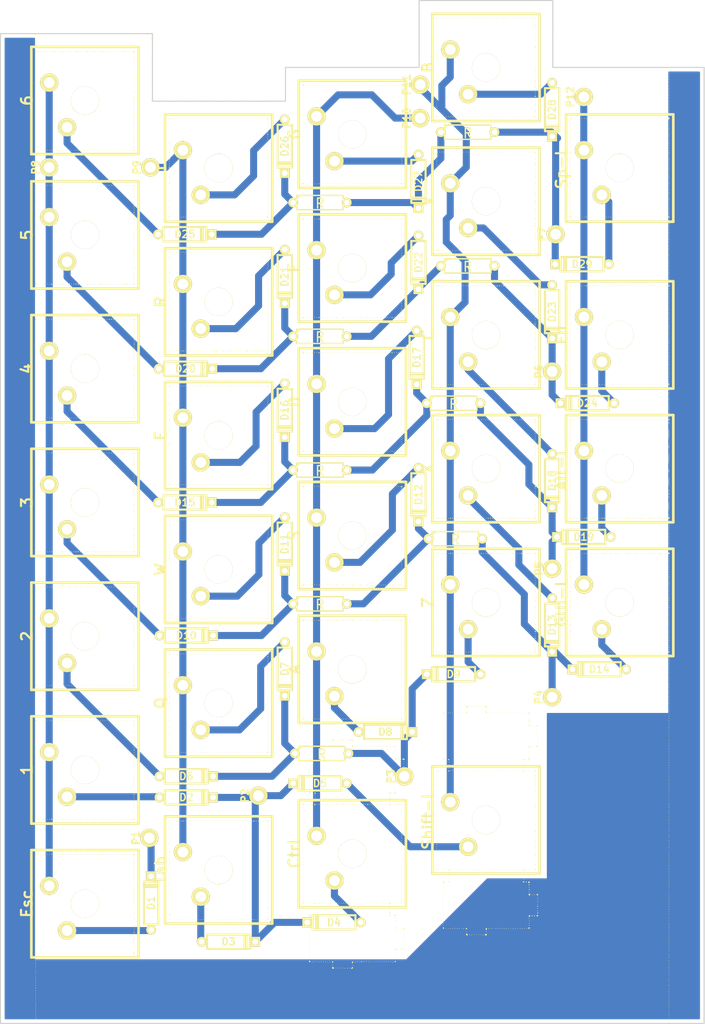
<source format=kicad_pcb>
(kicad_pcb (version 3) (host pcbnew "(2013-07-07 BZR 4022)-stable")
  (title_block (title type2_left))
  (layers (15 F.Cu signal) (0 B.Cu signal) (18 B.Paste user) (19 F.Paste user) (20 B.SilkS user) (21 F.SilkS user) (22 B.Mask user) (23 F.Mask user) (28 Edge.Cuts user))
  (net 0 "")
  (net 1 N-000001)
  (net 2 N-0000010)
  (net 3 N-0000011)
  (net 4 N-0000012)
  (net 5 N-0000013)
  (net 6 N-0000014)
  (net 7 N-0000015)
  (net 8 N-0000016)
  (net 9 N-0000017)
  (net 10 N-0000018)
  (net 11 N-0000019)
  (net 12 N-000002)
  (net 13 N-0000020)
  (net 14 N-0000021)
  (net 15 N-0000022)
  (net 16 N-0000023)
  (net 17 N-0000024)
  (net 18 N-0000025)
  (net 19 N-0000026)
  (net 20 N-0000027)
  (net 21 N-0000028)
  (net 22 N-0000029)
  (net 23 N-000003)
  (net 24 N-0000030)
  (net 25 N-0000031)
  (net 26 N-0000032)
  (net 27 N-0000033)
  (net 28 N-0000034)
  (net 29 N-0000035)
  (net 30 N-0000036)
  (net 31 N-0000037)
  (net 32 N-0000038)
  (net 33 N-0000039)
  (net 34 N-000004)
  (net 35 N-0000040)
  (net 36 N-0000041)
  (net 37 N-0000042)
  (net 38 N-0000043)
  (net 39 N-0000044)
  (net 40 N-0000045)
  (net 41 N-0000046)
  (net 42 N-0000047)
  (net 43 N-0000048)
  (net 44 N-0000049)
  (net 45 N-000005)
  (net 46 N-0000050)
  (net 47 N-000006)
  (net 48 N-000007)
  (net 49 N-000008)
  (net 50 N-000009)
  (module 1pin (layer F.Cu) (at 110.25 46.75 90)
    (fp_text reference P12 (at 0 -1.905 90) (layer F.SilkS) (effects (font (size 1.016 1.016) (thickness 0.254))))
    (fp_text value CONN_1 hide)
    (pad 1 thru_hole circle (at 0 0 90) (size 2.6 2.6) (drill 1.5011) (layers *.Cu *.Mask F.SilkS) (net 10 N-0000018))
  )
  (module 1pin (layer F.Cu) (at 87 45 90)
    (fp_text reference P11 (at 0 -1.905 90) (layer F.SilkS) (effects (font (size 1.016 1.016) (thickness 0.254))))
    (fp_text value CONN_1 hide)
    (pad 1 thru_hole circle (at 0 0 90) (size 2.6 2.6) (drill 1.5011) (layers *.Cu *.Mask F.SilkS) (net 41 N-0000046))
  )
  (module 1pin (layer F.Cu) (at 87 49.75 90)
    (fp_text reference P10 (at 0 -1.905 90) (layer F.SilkS) (effects (font (size 1.016 1.016) (thickness 0.254))))
    (fp_text value CONN_1 hide)
    (pad 1 thru_hole circle (at 0 0 90) (size 2.6 2.6) (drill 1.5011) (layers *.Cu *.Mask F.SilkS) (net 42 N-0000047))
  )
  (module 1pin (layer F.Cu) (at 48.65 56.75 90)
    (fp_text reference P9 (at 0 -1.905 90) (layer F.SilkS) (effects (font (size 1.016 1.016) (thickness 0.254))))
    (fp_text value CONN_1 hide)
    (pad 1 thru_hole circle (at 0 0 90) (size 2.6 2.6) (drill 1.5011) (layers *.Cu *.Mask F.SilkS) (net 44 N-0000049))
  )
  (module 1pin (layer F.Cu) (at 34.25 56.75 90)
    (fp_text reference P8 (at 0 -1.905 90) (layer F.SilkS) (effects (font (size 1.016 1.016) (thickness 0.254))))
    (fp_text value CONN_1 hide)
    (pad 1 thru_hole circle (at 0 0 90) (size 2.6 2.6) (drill 1.5011) (layers *.Cu *.Mask F.SilkS) (net 43 N-0000048))
  )
  (module 1pin (layer F.Cu) (at 106.25 66.25 90)
    (fp_text reference P7 (at 0 -1.905 90) (layer F.SilkS) (effects (font (size 1.016 1.016) (thickness 0.254))))
    (fp_text value CONN_1 hide)
    (pad 1 thru_hole circle (at 0 0 90) (size 2.6 2.6) (drill 1.5011) (layers *.Cu *.Mask F.SilkS) (net 25 N-0000031))
  )
  (module 1pin (layer F.Cu) (at 105.75 85.75 90)
    (fp_text reference P6 (at 0 -1.905 90) (layer F.SilkS) (effects (font (size 1.016 1.016) (thickness 0.254))))
    (fp_text value CONN_1 hide)
    (pad 1 thru_hole circle (at 0 0 90) (size 2.6 2.6) (drill 1.5011) (layers *.Cu *.Mask F.SilkS) (net 17 N-0000024))
  )
  (module 1pin (layer F.Cu) (at 105.75 113.75 90)
    (fp_text reference P5 (at 0 -1.905 90) (layer F.SilkS) (effects (font (size 1.016 1.016) (thickness 0.254))))
    (fp_text value CONN_1 hide)
    (pad 1 thru_hole circle (at 0 0 90) (size 2.6 2.6) (drill 1.5011) (layers *.Cu *.Mask F.SilkS) (net 33 N-0000039))
  )
  (module 1pin (layer F.Cu) (at 105.75 132 90)
    (fp_text reference P4 (at 0 -1.905 90) (layer F.SilkS) (effects (font (size 1.016 1.016) (thickness 0.254))))
    (fp_text value CONN_1 hide)
    (pad 1 thru_hole circle (at 0 0 90) (size 2.6 2.6) (drill 1.5011) (layers *.Cu *.Mask F.SilkS) (net 24 N-0000030))
  )
  (module 1pin (layer F.Cu) (at 84.75 143.25 90)
    (fp_text reference P3 (at 0 -1.905 90) (layer F.SilkS) (effects (font (size 1.016 1.016) (thickness 0.254))))
    (fp_text value CONN_1 hide)
    (pad 1 thru_hole circle (at 0 0 90) (size 2.6 2.6) (drill 1.5011) (layers *.Cu *.Mask F.SilkS) (net 9 N-0000017))
  )
  (module 1pin (layer F.Cu) (at 64 146 90)
    (fp_text reference P2 (at 0 -1.905 90) (layer F.SilkS) (effects (font (size 1.016 1.016) (thickness 0.254))))
    (fp_text value CONN_1 hide)
    (pad 1 thru_hole circle (at 0 0 90) (size 2.6 2.6) (drill 1.5011) (layers *.Cu *.Mask F.SilkS) (net 49 N-000008))
  )
  (module 1pin (layer F.Cu) (at 48.5 152 90)
    (fp_text reference P1 (at 0 -1.905 90) (layer F.SilkS) (effects (font (size 1.016 1.016) (thickness 0.254))))
    (fp_text value CONN_1 hide)
    (pad 1 thru_hole circle (at 0 0 90) (size 2.6 2.6) (drill 1.5011) (layers *.Cu *.Mask F.SilkS) (net 46 N-0000050))
  )
  (module LOGO (layer F.Cu) (at 77.35 105.75 90)
    (fp_text reference G*** hide)
    (fp_text value LOGO hide)
  )
  (module R3 (layer F.Cu) (at 72.75 61.75)
    (fp_text reference R20 hide)
    (fp_text value R (at 0 0.127) (layer F.SilkS) (effects (font (size 1.397 1.27) (thickness 0.2032))))
    (pad 1 thru_hole circle (at -3.81 0) (size 1.397 1.397) (drill 0.8128) (layers *.Cu *.Mask F.SilkS) (net 14 N-0000021))
    (pad 2 thru_hole circle (at 3.81 0) (size 1.397 1.397) (drill 0.8128) (layers *.Cu *.Mask F.SilkS) (net 18 N-0000025))
  )
  (module R3 (layer F.Cu) (at 72.75 80.75)
    (fp_text reference R16 hide)
    (fp_text value R (at 0 0.127) (layer F.SilkS) (effects (font (size 1.397 1.27) (thickness 0.2032))))
    (pad 1 thru_hole circle (at -3.81 0) (size 1.397 1.397) (drill 0.8128) (layers *.Cu *.Mask F.SilkS) (net 35 N-0000040))
    (pad 2 thru_hole circle (at 3.81 0) (size 1.397 1.397) (drill 0.8128) (layers *.Cu *.Mask F.SilkS) (net 20 N-0000027))
  )
  (module R3 (layer F.Cu) (at 72.75 99.75)
    (fp_text reference R12 hide)
    (fp_text value R (at 0 0.127) (layer F.SilkS) (effects (font (size 1.397 1.27) (thickness 0.2032))))
    (pad 1 thru_hole circle (at -3.81 0) (size 1.397 1.397) (drill 0.8128) (layers *.Cu *.Mask F.SilkS) (net 39 N-0000044))
    (pad 2 thru_hole circle (at 3.81 0) (size 1.397 1.397) (drill 0.8128) (layers *.Cu *.Mask F.SilkS) (net 38 N-0000043))
  )
  (module R3 (layer F.Cu) (at 72.75 118.75)
    (fp_text reference R8 hide)
    (fp_text value R (at 0 0.127) (layer F.SilkS) (effects (font (size 1.397 1.27) (thickness 0.2032))))
    (pad 1 thru_hole circle (at -3.81 0) (size 1.397 1.397) (drill 0.8128) (layers *.Cu *.Mask F.SilkS) (net 50 N-000009))
    (pad 2 thru_hole circle (at 3.81 0) (size 1.397 1.397) (drill 0.8128) (layers *.Cu *.Mask F.SilkS) (net 5 N-0000013))
  )
  (module R3 (layer F.Cu) (at 73 140)
    (fp_text reference R5 hide)
    (fp_text value R (at 0 0.127) (layer F.SilkS) (effects (font (size 1.397 1.27) (thickness 0.2032))))
    (pad 1 thru_hole circle (at -3.81 0) (size 1.397 1.397) (drill 0.8128) (layers *.Cu *.Mask F.SilkS) (net 23 N-000003))
    (pad 2 thru_hole circle (at 3.81 0) (size 1.397 1.397) (drill 0.8128) (layers *.Cu *.Mask F.SilkS) (net 9 N-0000017))
  )
  (module R3 (layer F.Cu) (at 93.75 51.75)
    (fp_text reference R21 hide)
    (fp_text value R (at 0 0.127) (layer F.SilkS) (effects (font (size 1.397 1.27) (thickness 0.2032))))
    (pad 1 thru_hole circle (at -3.81 0) (size 1.397 1.397) (drill 0.8128) (layers *.Cu *.Mask F.SilkS) (net 18 N-0000025))
    (pad 2 thru_hole circle (at 3.81 0) (size 1.397 1.397) (drill 0.8128) (layers *.Cu *.Mask F.SilkS) (net 25 N-0000031))
  )
  (module R3 (layer F.Cu) (at 93.75 70.75)
    (fp_text reference R17 hide)
    (fp_text value R (at 0 0.127) (layer F.SilkS) (effects (font (size 1.397 1.27) (thickness 0.2032))))
    (pad 1 thru_hole circle (at -3.81 0) (size 1.397 1.397) (drill 0.8128) (layers *.Cu *.Mask F.SilkS) (net 20 N-0000027))
    (pad 2 thru_hole circle (at 3.81 0) (size 1.397 1.397) (drill 0.8128) (layers *.Cu *.Mask F.SilkS) (net 17 N-0000024))
  )
  (module R3 (layer F.Cu) (at 91.75 90.25)
    (fp_text reference R13 hide)
    (fp_text value R (at 0 0.127) (layer F.SilkS) (effects (font (size 1.397 1.27) (thickness 0.2032))))
    (pad 1 thru_hole circle (at -3.81 0) (size 1.397 1.397) (drill 0.8128) (layers *.Cu *.Mask F.SilkS) (net 38 N-0000043))
    (pad 2 thru_hole circle (at 3.81 0) (size 1.397 1.397) (drill 0.8128) (layers *.Cu *.Mask F.SilkS) (net 33 N-0000039))
  )
  (module R3 (layer F.Cu) (at 92 109.5)
    (fp_text reference R9 hide)
    (fp_text value R (at 0 0.127) (layer F.SilkS) (effects (font (size 1.397 1.27) (thickness 0.2032))))
    (pad 1 thru_hole circle (at -3.81 0) (size 1.397 1.397) (drill 0.8128) (layers *.Cu *.Mask F.SilkS) (net 5 N-0000013))
    (pad 2 thru_hole circle (at 3.81 0) (size 1.397 1.397) (drill 0.8128) (layers *.Cu *.Mask F.SilkS) (net 24 N-0000030))
  )
  (module MX1A_NOPCB (layer F.Cu) (at 96.35 99.55 90)
    (fp_text reference SW13 hide)
    (fp_text value X (at 0 -8.255 90) (layer F.SilkS) (effects (font (size 1.524 1.524) (thickness 0.3048))))
    (pad 0 thru_hole circle (at 0 0 90) (size 3.98018 3.98018) (drill 3.98018) (layers *.Cu *.Mask F.SilkS))
    (pad 2 thru_hole circle (at 2.54 -5.08 90) (size 2.6 2.6) (drill 1.5011) (layers *.Cu *.Mask F.SilkS) (net 41 N-0000046))
    (pad 1 thru_hole circle (at -3.81 -2.54 90) (size 2.6 2.6) (drill 1.5011) (layers *.Cu *.Mask F.SilkS) (net 2 N-0000010))
  )
  (module MX1A_NOPCB (layer F.Cu) (at 96.35 80.55 90)
    (fp_text reference SW18 hide)
    (fp_text value C (at 0 -8.255 90) (layer F.SilkS) (effects (font (size 1.524 1.524) (thickness 0.3048))))
    (pad 0 thru_hole circle (at 0 0 90) (size 3.98018 3.98018) (drill 3.98018) (layers *.Cu *.Mask F.SilkS))
    (pad 2 thru_hole circle (at 2.54 -5.08 90) (size 2.6 2.6) (drill 1.5011) (layers *.Cu *.Mask F.SilkS) (net 41 N-0000046))
    (pad 1 thru_hole circle (at -3.81 -2.54 90) (size 2.6 2.6) (drill 1.5011) (layers *.Cu *.Mask F.SilkS) (net 29 N-0000035))
  )
  (module MX1A_NOPCB (layer F.Cu) (at 77.35 154.25 90)
    (fp_text reference SW4 hide)
    (fp_text value Ctrl (at 0 -8.255 90) (layer F.SilkS) (effects (font (size 1.524 1.524) (thickness 0.3048))))
    (pad 0 thru_hole circle (at 0 0 90) (size 3.98018 3.98018) (drill 3.98018) (layers *.Cu *.Mask F.SilkS))
    (pad 2 thru_hole circle (at 2.54 -5.08 90) (size 2.6 2.6) (drill 1.5011) (layers *.Cu *.Mask F.SilkS) (net 42 N-0000047))
    (pad 1 thru_hole circle (at -3.81 -2.54 90) (size 2.6 2.6) (drill 1.5011) (layers *.Cu *.Mask F.SilkS) (net 6 N-0000014))
  )
  (module MX1A_NOPCB (layer F.Cu) (at 96.35 61.55 90)
    (fp_text reference SW23 hide)
    (fp_text value V (at 0 -8.255 90) (layer F.SilkS) (effects (font (size 1.524 1.524) (thickness 0.3048))))
    (pad 0 thru_hole circle (at 0 0 90) (size 3.98018 3.98018) (drill 3.98018) (layers *.Cu *.Mask F.SilkS))
    (pad 2 thru_hole circle (at 2.54 -5.08 90) (size 2.6 2.6) (drill 1.5011) (layers *.Cu *.Mask F.SilkS) (net 41 N-0000046))
    (pad 1 thru_hole circle (at -3.81 -2.54 90) (size 2.6 2.6) (drill 1.5011) (layers *.Cu *.Mask F.SilkS) (net 13 N-0000020))
  )
  (module MX1A_NOPCB (layer F.Cu) (at 96.35 42.55 90)
    (fp_text reference SW28 hide)
    (fp_text value B (at 0 -8.255 90) (layer F.SilkS) (effects (font (size 1.524 1.524) (thickness 0.3048))))
    (pad 0 thru_hole circle (at 0 0 90) (size 3.98018 3.98018) (drill 3.98018) (layers *.Cu *.Mask F.SilkS))
    (pad 2 thru_hole circle (at 2.54 -5.08 90) (size 2.6 2.6) (drill 1.5011) (layers *.Cu *.Mask F.SilkS) (net 41 N-0000046))
    (pad 1 thru_hole circle (at -3.81 -2.54 90) (size 2.6 2.6) (drill 1.5011) (layers *.Cu *.Mask F.SilkS) (net 26 N-0000032))
  )
  (module MX1A_NOPCB (layer F.Cu) (at 39.35 47.25 90)
    (fp_text reference SW25 hide)
    (fp_text value 6 (at 0 -8.255 90) (layer F.SilkS) (effects (font (size 1.524 1.524) (thickness 0.3048))))
    (pad 0 thru_hole circle (at 0 0 90) (size 3.98018 3.98018) (drill 3.98018) (layers *.Cu *.Mask F.SilkS))
    (pad 2 thru_hole circle (at 2.54 -5.08 90) (size 2.6 2.6) (drill 1.5011) (layers *.Cu *.Mask F.SilkS) (net 43 N-0000048))
    (pad 1 thru_hole circle (at -3.81 -2.54 90) (size 2.6 2.6) (drill 1.5011) (layers *.Cu *.Mask F.SilkS) (net 16 N-0000023))
  )
  (module MX1A_NOPCB (layer F.Cu) (at 96.35 118.55 90)
    (fp_text reference SW9 hide)
    (fp_text value Z (at 0 -8.255 90) (layer F.SilkS) (effects (font (size 1.524 1.524) (thickness 0.3048))))
    (pad 0 thru_hole circle (at 0 0 90) (size 3.98018 3.98018) (drill 3.98018) (layers *.Cu *.Mask F.SilkS))
    (pad 2 thru_hole circle (at 2.54 -5.08 90) (size 2.6 2.6) (drill 1.5011) (layers *.Cu *.Mask F.SilkS) (net 41 N-0000046))
    (pad 1 thru_hole circle (at -3.81 -2.54 90) (size 2.6 2.6) (drill 1.5011) (layers *.Cu *.Mask F.SilkS) (net 8 N-0000016))
  )
  (module MX1A_NOPCB (layer F.Cu) (at 96.35 149.45 90)
    (fp_text reference SW5 hide)
    (fp_text value Shift-L (at 0 -8.255 90) (layer F.SilkS) (effects (font (size 1.524 1.524) (thickness 0.3048))))
    (pad 0 thru_hole circle (at 0 0 90) (size 3.98018 3.98018) (drill 3.98018) (layers *.Cu *.Mask F.SilkS))
    (pad 2 thru_hole circle (at 2.54 -5.08 90) (size 2.6 2.6) (drill 1.5011) (layers *.Cu *.Mask F.SilkS) (net 41 N-0000046))
    (pad 1 thru_hole circle (at -3.81 -2.54 90) (size 2.6 2.6) (drill 1.5011) (layers *.Cu *.Mask F.SilkS) (net 48 N-000007))
  )
  (module MX1A_NOPCB (layer F.Cu) (at 115.35 56.85 90)
    (fp_text reference SW29 hide)
    (fp_text value Sp-L (at 0 -8.255 90) (layer F.SilkS) (effects (font (size 1.524 1.524) (thickness 0.3048))))
    (pad 0 thru_hole circle (at 0 0 90) (size 3.98018 3.98018) (drill 3.98018) (layers *.Cu *.Mask F.SilkS))
    (pad 2 thru_hole circle (at 2.54 -5.08 90) (size 2.6 2.6) (drill 1.5011) (layers *.Cu *.Mask F.SilkS) (net 10 N-0000018))
    (pad 1 thru_hole circle (at -3.81 -2.54 90) (size 2.6 2.6) (drill 1.5011) (layers *.Cu *.Mask F.SilkS) (net 22 N-0000029))
  )
  (module MX1A_NOPCB (layer F.Cu) (at 115.35 80.55 90)
    (fp_text reference SW24 hide)
    (fp_text value Fn (at 0 -8.255 90) (layer F.SilkS) (effects (font (size 1.524 1.524) (thickness 0.3048))))
    (pad 0 thru_hole circle (at 0 0 90) (size 3.98018 3.98018) (drill 3.98018) (layers *.Cu *.Mask F.SilkS))
    (pad 2 thru_hole circle (at 2.54 -5.08 90) (size 2.6 2.6) (drill 1.5011) (layers *.Cu *.Mask F.SilkS) (net 10 N-0000018))
    (pad 1 thru_hole circle (at -3.81 -2.54 90) (size 2.6 2.6) (drill 1.5011) (layers *.Cu *.Mask F.SilkS) (net 19 N-0000026))
  )
  (module MX1A_NOPCB (layer F.Cu) (at 115.35 99.55 90)
    (fp_text reference SW19 hide)
    (fp_text value Alt-L (at 0 -8.255 90) (layer F.SilkS) (effects (font (size 1.524 1.524) (thickness 0.3048))))
    (pad 0 thru_hole circle (at 0 0 90) (size 3.98018 3.98018) (drill 3.98018) (layers *.Cu *.Mask F.SilkS))
    (pad 2 thru_hole circle (at 2.54 -5.08 90) (size 2.6 2.6) (drill 1.5011) (layers *.Cu *.Mask F.SilkS) (net 10 N-0000018))
    (pad 1 thru_hole circle (at -3.81 -2.54 90) (size 2.6 2.6) (drill 1.5011) (layers *.Cu *.Mask F.SilkS) (net 40 N-0000045))
  )
  (module MX1A_NOPCB (layer F.Cu) (at 115.35 118.55 90)
    (fp_text reference SW14 hide)
    (fp_text value GUI-L (at 0 -8.255 90) (layer F.SilkS) (effects (font (size 1.524 1.524) (thickness 0.3048))))
    (pad 0 thru_hole circle (at 0 0 90) (size 3.98018 3.98018) (drill 3.98018) (layers *.Cu *.Mask F.SilkS))
    (pad 2 thru_hole circle (at 2.54 -5.08 90) (size 2.6 2.6) (drill 1.5011) (layers *.Cu *.Mask F.SilkS) (net 10 N-0000018))
    (pad 1 thru_hole circle (at -3.81 -2.54 90) (size 2.6 2.6) (drill 1.5011) (layers *.Cu *.Mask F.SilkS) (net 32 N-0000038))
  )
  (module MX1A_NOPCB (layer F.Cu) (at 77.35 128.05 90)
    (fp_text reference SW8 hide)
    (fp_text value A (at 0 -8.255 90) (layer F.SilkS) (effects (font (size 1.524 1.524) (thickness 0.3048))))
    (pad 0 thru_hole circle (at 0 0 90) (size 3.98018 3.98018) (drill 3.98018) (layers *.Cu *.Mask F.SilkS))
    (pad 2 thru_hole circle (at 2.54 -5.08 90) (size 2.6 2.6) (drill 1.5011) (layers *.Cu *.Mask F.SilkS) (net 42 N-0000047))
    (pad 1 thru_hole circle (at -3.81 -2.54 90) (size 2.6 2.6) (drill 1.5011) (layers *.Cu *.Mask F.SilkS) (net 12 N-000002))
  )
  (module MX1A_NOPCB (layer F.Cu) (at 39.35 66.35 90)
    (fp_text reference SW20 hide)
    (fp_text value 5 (at 0 -8.255 90) (layer F.SilkS) (effects (font (size 1.524 1.524) (thickness 0.3048))))
    (pad 0 thru_hole circle (at 0 0 90) (size 3.98018 3.98018) (drill 3.98018) (layers *.Cu *.Mask F.SilkS))
    (pad 2 thru_hole circle (at 2.54 -5.08 90) (size 2.6 2.6) (drill 1.5011) (layers *.Cu *.Mask F.SilkS) (net 43 N-0000048))
    (pad 1 thru_hole circle (at -3.81 -2.54 90) (size 2.6 2.6) (drill 1.5011) (layers *.Cu *.Mask F.SilkS) (net 37 N-0000042))
  )
  (module MX1A_NOPCB (layer F.Cu) (at 39.35 85.35 90)
    (fp_text reference SW15 hide)
    (fp_text value 4 (at 0 -8.255 90) (layer F.SilkS) (effects (font (size 1.524 1.524) (thickness 0.3048))))
    (pad 0 thru_hole circle (at 0 0 90) (size 3.98018 3.98018) (drill 3.98018) (layers *.Cu *.Mask F.SilkS))
    (pad 2 thru_hole circle (at 2.54 -5.08 90) (size 2.6 2.6) (drill 1.5011) (layers *.Cu *.Mask F.SilkS) (net 43 N-0000048))
    (pad 1 thru_hole circle (at -3.81 -2.54 90) (size 2.6 2.6) (drill 1.5011) (layers *.Cu *.Mask F.SilkS) (net 28 N-0000034))
  )
  (module MX1A_NOPCB (layer F.Cu) (at 39.35 104.35 90)
    (fp_text reference SW10 hide)
    (fp_text value 3 (at 0 -8.255 90) (layer F.SilkS) (effects (font (size 1.524 1.524) (thickness 0.3048))))
    (pad 0 thru_hole circle (at 0 0 90) (size 3.98018 3.98018) (drill 3.98018) (layers *.Cu *.Mask F.SilkS))
    (pad 2 thru_hole circle (at 2.54 -5.08 90) (size 2.6 2.6) (drill 1.5011) (layers *.Cu *.Mask F.SilkS) (net 43 N-0000048))
    (pad 1 thru_hole circle (at -3.81 -2.54 90) (size 2.6 2.6) (drill 1.5011) (layers *.Cu *.Mask F.SilkS) (net 7 N-0000015))
  )
  (module MX1A_NOPCB (layer F.Cu) (at 39.35 123.35 90)
    (fp_text reference SW6 hide)
    (fp_text value 2 (at 0 -8.255 90) (layer F.SilkS) (effects (font (size 1.524 1.524) (thickness 0.3048))))
    (pad 0 thru_hole circle (at 0 0 90) (size 3.98018 3.98018) (drill 3.98018) (layers *.Cu *.Mask F.SilkS))
    (pad 2 thru_hole circle (at 2.54 -5.08 90) (size 2.6 2.6) (drill 1.5011) (layers *.Cu *.Mask F.SilkS) (net 43 N-0000048))
    (pad 1 thru_hole circle (at -3.81 -2.54 90) (size 2.6 2.6) (drill 1.5011) (layers *.Cu *.Mask F.SilkS) (net 47 N-000006))
  )
  (module MX1A_NOPCB (layer F.Cu) (at 39.35 142.35 90)
    (fp_text reference SW2 hide)
    (fp_text value 1 (at 0 -8.255 90) (layer F.SilkS) (effects (font (size 1.524 1.524) (thickness 0.3048))))
    (pad 0 thru_hole circle (at 0 0 90) (size 3.98018 3.98018) (drill 3.98018) (layers *.Cu *.Mask F.SilkS))
    (pad 2 thru_hole circle (at 2.54 -5.08 90) (size 2.6 2.6) (drill 1.5011) (layers *.Cu *.Mask F.SilkS) (net 43 N-0000048))
    (pad 1 thru_hole circle (at -3.81 -2.54 90) (size 2.6 2.6) (drill 1.5011) (layers *.Cu *.Mask F.SilkS) (net 45 N-000005))
  )
  (module MX1A_NOPCB (layer F.Cu) (at 39.35 161.35 90)
    (fp_text reference SW1 hide)
    (fp_text value Esc (at 0 -8.255 90) (layer F.SilkS) (effects (font (size 1.524 1.524) (thickness 0.3048))))
    (pad 0 thru_hole circle (at 0 0 90) (size 3.98018 3.98018) (drill 3.98018) (layers *.Cu *.Mask F.SilkS))
    (pad 2 thru_hole circle (at 2.54 -5.08 90) (size 2.6 2.6) (drill 1.5011) (layers *.Cu *.Mask F.SilkS) (net 43 N-0000048))
    (pad 1 thru_hole circle (at -3.81 -2.54 90) (size 2.6 2.6) (drill 1.5011) (layers *.Cu *.Mask F.SilkS) (net 1 N-000001))
  )
  (module MX1A_NOPCB (layer F.Cu) (at 58.35 56.85 90)
    (fp_text reference SW26 hide)
    (fp_text value T (at 0 -8.255 90) (layer F.SilkS) (effects (font (size 1.524 1.524) (thickness 0.3048))))
    (pad 0 thru_hole circle (at 0 0 90) (size 3.98018 3.98018) (drill 3.98018) (layers *.Cu *.Mask F.SilkS))
    (pad 2 thru_hole circle (at 2.54 -5.08 90) (size 2.6 2.6) (drill 1.5011) (layers *.Cu *.Mask F.SilkS) (net 44 N-0000049))
    (pad 1 thru_hole circle (at -3.81 -2.54 90) (size 2.6 2.6) (drill 1.5011) (layers *.Cu *.Mask F.SilkS) (net 15 N-0000022))
  )
  (module MX1A_NOPCB (layer F.Cu) (at 58.35 75.85 90)
    (fp_text reference SW21 hide)
    (fp_text value R (at 0 -8.255 90) (layer F.SilkS) (effects (font (size 1.524 1.524) (thickness 0.3048))))
    (pad 0 thru_hole circle (at 0 0 90) (size 3.98018 3.98018) (drill 3.98018) (layers *.Cu *.Mask F.SilkS))
    (pad 2 thru_hole circle (at 2.54 -5.08 90) (size 2.6 2.6) (drill 1.5011) (layers *.Cu *.Mask F.SilkS) (net 44 N-0000049))
    (pad 1 thru_hole circle (at -3.81 -2.54 90) (size 2.6 2.6) (drill 1.5011) (layers *.Cu *.Mask F.SilkS) (net 36 N-0000041))
  )
  (module MX1A_NOPCB (layer F.Cu) (at 58.35 94.85 90)
    (fp_text reference SW16 hide)
    (fp_text value E (at 0 -8.255 90) (layer F.SilkS) (effects (font (size 1.524 1.524) (thickness 0.3048))))
    (pad 0 thru_hole circle (at 0 0 90) (size 3.98018 3.98018) (drill 3.98018) (layers *.Cu *.Mask F.SilkS))
    (pad 2 thru_hole circle (at 2.54 -5.08 90) (size 2.6 2.6) (drill 1.5011) (layers *.Cu *.Mask F.SilkS) (net 44 N-0000049))
    (pad 1 thru_hole circle (at -3.81 -2.54 90) (size 2.6 2.6) (drill 1.5011) (layers *.Cu *.Mask F.SilkS) (net 31 N-0000037))
  )
  (module MX1A_NOPCB (layer F.Cu) (at 58.35 113.85 90)
    (fp_text reference SW11 hide)
    (fp_text value W (at 0 -8.255 90) (layer F.SilkS) (effects (font (size 1.524 1.524) (thickness 0.3048))))
    (pad 0 thru_hole circle (at 0 0 90) (size 3.98018 3.98018) (drill 3.98018) (layers *.Cu *.Mask F.SilkS))
    (pad 2 thru_hole circle (at 2.54 -5.08 90) (size 2.6 2.6) (drill 1.5011) (layers *.Cu *.Mask F.SilkS) (net 44 N-0000049))
    (pad 1 thru_hole circle (at -3.81 -2.54 90) (size 2.6 2.6) (drill 1.5011) (layers *.Cu *.Mask F.SilkS) (net 4 N-0000012))
  )
  (module MX1A_NOPCB (layer F.Cu) (at 58.35 132.85 90)
    (fp_text reference SW7 hide)
    (fp_text value Q (at 0 -8.255 90) (layer F.SilkS) (effects (font (size 1.524 1.524) (thickness 0.3048))))
    (pad 0 thru_hole circle (at 0 0 90) (size 3.98018 3.98018) (drill 3.98018) (layers *.Cu *.Mask F.SilkS))
    (pad 2 thru_hole circle (at 2.54 -5.08 90) (size 2.6 2.6) (drill 1.5011) (layers *.Cu *.Mask F.SilkS) (net 44 N-0000049))
    (pad 1 thru_hole circle (at -3.81 -2.54 90) (size 2.6 2.6) (drill 1.5011) (layers *.Cu *.Mask F.SilkS) (net 34 N-000004))
  )
  (module MX1A_NOPCB (layer F.Cu) (at 58.35 156.55 90)
    (fp_text reference SW3 hide)
    (fp_text value Tab (at 0 -8.255 90) (layer F.SilkS) (effects (font (size 1.524 1.524) (thickness 0.3048))))
    (pad 0 thru_hole circle (at 0 0 90) (size 3.98018 3.98018) (drill 3.98018) (layers *.Cu *.Mask F.SilkS))
    (pad 2 thru_hole circle (at 2.54 -5.08 90) (size 2.6 2.6) (drill 1.5011) (layers *.Cu *.Mask F.SilkS) (net 44 N-0000049))
    (pad 1 thru_hole circle (at -3.81 -2.54 90) (size 2.6 2.6) (drill 1.5011) (layers *.Cu *.Mask F.SilkS) (net 11 N-0000019))
  )
  (module MX1A_NOPCB (layer F.Cu) (at 77.35 52.05 90)
    (fp_text reference SW27 hide)
    (fp_text value G (at 0 -8.255 90) (layer F.SilkS) (effects (font (size 1.524 1.524) (thickness 0.3048))))
    (pad 0 thru_hole circle (at 0 0 90) (size 3.98018 3.98018) (drill 3.98018) (layers *.Cu *.Mask F.SilkS))
    (pad 2 thru_hole circle (at 2.54 -5.08 90) (size 2.6 2.6) (drill 1.5011) (layers *.Cu *.Mask F.SilkS) (net 42 N-0000047))
    (pad 1 thru_hole circle (at -3.81 -2.54 90) (size 2.6 2.6) (drill 1.5011) (layers *.Cu *.Mask F.SilkS) (net 27 N-0000033))
  )
  (module MX1A_NOPCB (layer F.Cu) (at 77.35 90.05 90)
    (fp_text reference SW17 hide)
    (fp_text value D (at 0 -8.255 90) (layer F.SilkS) (effects (font (size 1.524 1.524) (thickness 0.3048))))
    (pad 0 thru_hole circle (at 0 0 90) (size 3.98018 3.98018) (drill 3.98018) (layers *.Cu *.Mask F.SilkS))
    (pad 2 thru_hole circle (at 2.54 -5.08 90) (size 2.6 2.6) (drill 1.5011) (layers *.Cu *.Mask F.SilkS) (net 42 N-0000047))
    (pad 1 thru_hole circle (at -3.81 -2.54 90) (size 2.6 2.6) (drill 1.5011) (layers *.Cu *.Mask F.SilkS) (net 30 N-0000036))
  )
  (module MX1A_NOPCB (layer F.Cu) (at 77.35 109.05 90)
    (fp_text reference SW12 hide)
    (fp_text value S (at 0 -8.255 90) (layer F.SilkS) (effects (font (size 1.524 1.524) (thickness 0.3048))))
    (pad 0 thru_hole circle (at 0 0 90) (size 3.98018 3.98018) (drill 3.98018) (layers *.Cu *.Mask F.SilkS))
    (pad 2 thru_hole circle (at 2.54 -5.08 90) (size 2.6 2.6) (drill 1.5011) (layers *.Cu *.Mask F.SilkS) (net 42 N-0000047))
    (pad 1 thru_hole circle (at -3.81 -2.54 90) (size 2.6 2.6) (drill 1.5011) (layers *.Cu *.Mask F.SilkS) (net 3 N-0000011))
  )
  (module MX1A_NOPCB (layer F.Cu) (at 77.35 71.05 90)
    (fp_text reference SW22 hide)
    (fp_text value F (at 0 -8.255 90) (layer F.SilkS) (effects (font (size 1.524 1.524) (thickness 0.3048))))
    (pad 0 thru_hole circle (at 0 0 90) (size 3.98018 3.98018) (drill 3.98018) (layers *.Cu *.Mask F.SilkS))
    (pad 2 thru_hole circle (at 2.54 -5.08 90) (size 2.6 2.6) (drill 1.5011) (layers *.Cu *.Mask F.SilkS) (net 42 N-0000047))
    (pad 1 thru_hole circle (at -3.81 -2.54 90) (size 2.6 2.6) (drill 1.5011) (layers *.Cu *.Mask F.SilkS) (net 21 N-0000028))
  )
  (module D3 (layer F.Cu) (at 86.75 103.25 270)
    (fp_text reference D12 (at 0 0 270) (layer F.SilkS) (effects (font (size 1.016 1.016) (thickness 0.2032))))
    (fp_text value DIODE hide)
    (pad 2 thru_hole rect (at 3.81 0 270) (size 1.397 1.397) (drill 0.8128) (layers *.Cu *.Mask F.SilkS) (net 5 N-0000013))
    (pad 1 thru_hole circle (at -3.81 0 270) (size 1.397 1.397) (drill 0.8128) (layers *.Cu *.Mask F.SilkS) (net 3 N-0000011))
  )
  (module D3 (layer F.Cu) (at 86.5 83.75 270)
    (fp_text reference D17 (at 0 0 270) (layer F.SilkS) (effects (font (size 1.016 1.016) (thickness 0.2032))))
    (fp_text value DIODE hide)
    (pad 2 thru_hole rect (at 3.81 0 270) (size 1.397 1.397) (drill 0.8128) (layers *.Cu *.Mask F.SilkS) (net 38 N-0000043))
    (pad 1 thru_hole circle (at -3.81 0 270) (size 1.397 1.397) (drill 0.8128) (layers *.Cu *.Mask F.SilkS) (net 30 N-0000036))
  )
  (module D3 (layer F.Cu) (at 105.75 77.25 270)
    (fp_text reference D23 (at 0 0 270) (layer F.SilkS) (effects (font (size 1.016 1.016) (thickness 0.2032))))
    (fp_text value DIODE hide)
    (pad 2 thru_hole rect (at 3.81 0 270) (size 1.397 1.397) (drill 0.8128) (layers *.Cu *.Mask F.SilkS) (net 17 N-0000024))
    (pad 1 thru_hole circle (at -3.81 0 270) (size 1.397 1.397) (drill 0.8128) (layers *.Cu *.Mask F.SilkS) (net 13 N-0000020))
  )
  (module D3 (layer F.Cu) (at 48.75 161.25 90)
    (fp_text reference D1 (at 0 0 90) (layer F.SilkS) (effects (font (size 1.016 1.016) (thickness 0.2032))))
    (fp_text value DIODE hide)
    (pad 2 thru_hole rect (at 3.81 0 90) (size 1.397 1.397) (drill 0.8128) (layers *.Cu *.Mask F.SilkS) (net 46 N-0000050))
    (pad 1 thru_hole circle (at -3.81 0 90) (size 1.397 1.397) (drill 0.8128) (layers *.Cu *.Mask F.SilkS) (net 1 N-000001))
  )
  (module D3 (layer F.Cu) (at 105.75 48.55 270)
    (fp_text reference D28 (at 0 0 270) (layer F.SilkS) (effects (font (size 1.016 1.016) (thickness 0.2032))))
    (fp_text value DIODE hide)
    (pad 2 thru_hole rect (at 3.81 0 270) (size 1.397 1.397) (drill 0.8128) (layers *.Cu *.Mask F.SilkS) (net 25 N-0000031))
    (pad 1 thru_hole circle (at -3.81 0 270) (size 1.397 1.397) (drill 0.8128) (layers *.Cu *.Mask F.SilkS) (net 26 N-0000032))
  )
  (module D3 (layer F.Cu) (at 53.75 146.25)
    (fp_text reference D2 (at 0 0) (layer F.SilkS) (effects (font (size 1.016 1.016) (thickness 0.2032))))
    (fp_text value DIODE hide)
    (pad 2 thru_hole rect (at 3.81 0) (size 1.397 1.397) (drill 0.8128) (layers *.Cu *.Mask F.SilkS) (net 49 N-000008))
    (pad 1 thru_hole circle (at -3.81 0) (size 1.397 1.397) (drill 0.8128) (layers *.Cu *.Mask F.SilkS) (net 45 N-000005))
  )
  (module D3 (layer F.Cu) (at 53.75 143.25)
    (fp_text reference D6 (at 0 0) (layer F.SilkS) (effects (font (size 1.016 1.016) (thickness 0.2032))))
    (fp_text value DIODE hide)
    (pad 2 thru_hole rect (at 3.81 0) (size 1.397 1.397) (drill 0.8128) (layers *.Cu *.Mask F.SilkS) (net 23 N-000003))
    (pad 1 thru_hole circle (at -3.81 0) (size 1.397 1.397) (drill 0.8128) (layers *.Cu *.Mask F.SilkS) (net 47 N-000006))
  )
  (module D3 (layer F.Cu) (at 72.75 144.25 180)
    (fp_text reference D5 (at 0 0 180) (layer F.SilkS) (effects (font (size 1.016 1.016) (thickness 0.2032))))
    (fp_text value DIODE hide)
    (pad 2 thru_hole rect (at 3.81 0 180) (size 1.397 1.397) (drill 0.8128) (layers *.Cu *.Mask F.SilkS) (net 49 N-000008))
    (pad 1 thru_hole circle (at -3.81 0 180) (size 1.397 1.397) (drill 0.8128) (layers *.Cu *.Mask F.SilkS) (net 48 N-000007))
  )
  (module D3 (layer F.Cu) (at 53.75 123.25)
    (fp_text reference D10 (at 0 0) (layer F.SilkS) (effects (font (size 1.016 1.016) (thickness 0.2032))))
    (fp_text value DIODE hide)
    (pad 2 thru_hole rect (at 3.81 0) (size 1.397 1.397) (drill 0.8128) (layers *.Cu *.Mask F.SilkS) (net 50 N-000009))
    (pad 1 thru_hole circle (at -3.81 0) (size 1.397 1.397) (drill 0.8128) (layers *.Cu *.Mask F.SilkS) (net 7 N-0000015))
  )
  (module D3 (layer F.Cu) (at 53.55 104.35)
    (fp_text reference D15 (at 0 0) (layer F.SilkS) (effects (font (size 1.016 1.016) (thickness 0.2032))))
    (fp_text value DIODE hide)
    (pad 2 thru_hole rect (at 3.81 0) (size 1.397 1.397) (drill 0.8128) (layers *.Cu *.Mask F.SilkS) (net 39 N-0000044))
    (pad 1 thru_hole circle (at -3.81 0) (size 1.397 1.397) (drill 0.8128) (layers *.Cu *.Mask F.SilkS) (net 28 N-0000034))
  )
  (module D3 (layer F.Cu) (at 74.75 164 180)
    (fp_text reference D4 (at 0 0 180) (layer F.SilkS) (effects (font (size 1.016 1.016) (thickness 0.2032))))
    (fp_text value DIODE hide)
    (pad 2 thru_hole rect (at 3.81 0 180) (size 1.397 1.397) (drill 0.8128) (layers *.Cu *.Mask F.SilkS) (net 49 N-000008))
    (pad 1 thru_hole circle (at -3.81 0 180) (size 1.397 1.397) (drill 0.8128) (layers *.Cu *.Mask F.SilkS) (net 6 N-0000014))
  )
  (module D3 (layer F.Cu) (at 82.05 136.95)
    (fp_text reference D8 (at 0 0) (layer F.SilkS) (effects (font (size 1.016 1.016) (thickness 0.2032))))
    (fp_text value DIODE hide)
    (pad 2 thru_hole rect (at 3.81 0) (size 1.397 1.397) (drill 0.8128) (layers *.Cu *.Mask F.SilkS) (net 9 N-0000017))
    (pad 1 thru_hole circle (at -3.81 0) (size 1.397 1.397) (drill 0.8128) (layers *.Cu *.Mask F.SilkS) (net 12 N-000002))
  )
  (module D3 (layer F.Cu) (at 53.65 85.35)
    (fp_text reference D20 (at 0 0) (layer F.SilkS) (effects (font (size 1.016 1.016) (thickness 0.2032))))
    (fp_text value DIODE hide)
    (pad 2 thru_hole rect (at 3.81 0) (size 1.397 1.397) (drill 0.8128) (layers *.Cu *.Mask F.SilkS) (net 35 N-0000040))
    (pad 1 thru_hole circle (at -3.81 0) (size 1.397 1.397) (drill 0.8128) (layers *.Cu *.Mask F.SilkS) (net 37 N-0000042))
  )
  (module D3 (layer F.Cu) (at 53.55 66.25)
    (fp_text reference D25 (at 0 0) (layer F.SilkS) (effects (font (size 1.016 1.016) (thickness 0.2032))))
    (fp_text value DIODE hide)
    (pad 2 thru_hole rect (at 3.81 0) (size 1.397 1.397) (drill 0.8128) (layers *.Cu *.Mask F.SilkS) (net 14 N-0000021))
    (pad 1 thru_hole circle (at -3.81 0) (size 1.397 1.397) (drill 0.8128) (layers *.Cu *.Mask F.SilkS) (net 16 N-0000023))
  )
  (module D3 (layer F.Cu) (at 67.75 53.75 270)
    (fp_text reference D26 (at 0 0 270) (layer F.SilkS) (effects (font (size 1.016 1.016) (thickness 0.2032))))
    (fp_text value DIODE hide)
    (pad 2 thru_hole rect (at 3.81 0 270) (size 1.397 1.397) (drill 0.8128) (layers *.Cu *.Mask F.SilkS) (net 14 N-0000021))
    (pad 1 thru_hole circle (at -3.81 0 270) (size 1.397 1.397) (drill 0.8128) (layers *.Cu *.Mask F.SilkS) (net 15 N-0000022))
  )
  (module D3 (layer F.Cu) (at 86.75 58.75 270)
    (fp_text reference D27 (at 0 0 270) (layer F.SilkS) (effects (font (size 1.016 1.016) (thickness 0.2032))))
    (fp_text value DIODE hide)
    (pad 2 thru_hole rect (at 3.81 0 270) (size 1.397 1.397) (drill 0.8128) (layers *.Cu *.Mask F.SilkS) (net 18 N-0000025))
    (pad 1 thru_hole circle (at -3.81 0 270) (size 1.397 1.397) (drill 0.8128) (layers *.Cu *.Mask F.SilkS) (net 27 N-0000033))
  )
  (module D3 (layer F.Cu) (at 91.75 128.75 180)
    (fp_text reference D9 (at 0 0 180) (layer F.SilkS) (effects (font (size 1.016 1.016) (thickness 0.2032))))
    (fp_text value DIODE hide)
    (pad 2 thru_hole rect (at 3.81 0 180) (size 1.397 1.397) (drill 0.8128) (layers *.Cu *.Mask F.SilkS) (net 9 N-0000017))
    (pad 1 thru_hole circle (at -3.81 0 180) (size 1.397 1.397) (drill 0.8128) (layers *.Cu *.Mask F.SilkS) (net 8 N-0000016))
  )
  (module D3 (layer F.Cu) (at 110 70.5 180)
    (fp_text reference D29 (at 0 0 180) (layer F.SilkS) (effects (font (size 1.016 1.016) (thickness 0.2032))))
    (fp_text value DIODE hide)
    (pad 2 thru_hole rect (at 3.81 0 180) (size 1.397 1.397) (drill 0.8128) (layers *.Cu *.Mask F.SilkS) (net 25 N-0000031))
    (pad 1 thru_hole circle (at -3.81 0 180) (size 1.397 1.397) (drill 0.8128) (layers *.Cu *.Mask F.SilkS) (net 22 N-0000029))
  )
  (module D3 (layer F.Cu) (at 110.75 90.25 180)
    (fp_text reference D24 (at 0 0 180) (layer F.SilkS) (effects (font (size 1.016 1.016) (thickness 0.2032))))
    (fp_text value DIODE hide)
    (pad 2 thru_hole rect (at 3.81 0 180) (size 1.397 1.397) (drill 0.8128) (layers *.Cu *.Mask F.SilkS) (net 17 N-0000024))
    (pad 1 thru_hole circle (at -3.81 0 180) (size 1.397 1.397) (drill 0.8128) (layers *.Cu *.Mask F.SilkS) (net 19 N-0000026))
  )
  (module D3 (layer F.Cu) (at 86.75 70.25 270)
    (fp_text reference D22 (at 0 0 270) (layer F.SilkS) (effects (font (size 1.016 1.016) (thickness 0.2032))))
    (fp_text value DIODE hide)
    (pad 2 thru_hole rect (at 3.81 0 270) (size 1.397 1.397) (drill 0.8128) (layers *.Cu *.Mask F.SilkS) (net 20 N-0000027))
    (pad 1 thru_hole circle (at -3.81 0 270) (size 1.397 1.397) (drill 0.8128) (layers *.Cu *.Mask F.SilkS) (net 21 N-0000028))
  )
  (module D3 (layer F.Cu) (at 59.75 166.75)
    (fp_text reference D3 (at 0 0) (layer F.SilkS) (effects (font (size 1.016 1.016) (thickness 0.2032))))
    (fp_text value DIODE hide)
    (pad 2 thru_hole rect (at 3.81 0) (size 1.397 1.397) (drill 0.8128) (layers *.Cu *.Mask F.SilkS) (net 49 N-000008))
    (pad 1 thru_hole circle (at -3.81 0) (size 1.397 1.397) (drill 0.8128) (layers *.Cu *.Mask F.SilkS) (net 11 N-0000019))
  )
  (module D3 (layer F.Cu) (at 110.25 109.25 180)
    (fp_text reference D19 (at 0 0 180) (layer F.SilkS) (effects (font (size 1.016 1.016) (thickness 0.2032))))
    (fp_text value DIODE hide)
    (pad 2 thru_hole rect (at 3.81 0 180) (size 1.397 1.397) (drill 0.8128) (layers *.Cu *.Mask F.SilkS) (net 33 N-0000039))
    (pad 1 thru_hole circle (at -3.81 0 180) (size 1.397 1.397) (drill 0.8128) (layers *.Cu *.Mask F.SilkS) (net 40 N-0000045))
  )
  (module D3 (layer F.Cu) (at 67.75 128 270)
    (fp_text reference D7 (at 0 0 270) (layer F.SilkS) (effects (font (size 1.016 1.016) (thickness 0.2032))))
    (fp_text value DIODE hide)
    (pad 2 thru_hole rect (at 3.81 0 270) (size 1.397 1.397) (drill 0.8128) (layers *.Cu *.Mask F.SilkS) (net 23 N-000003))
    (pad 1 thru_hole circle (at -3.81 0 270) (size 1.397 1.397) (drill 0.8128) (layers *.Cu *.Mask F.SilkS) (net 34 N-000004))
  )
  (module D3 (layer F.Cu) (at 105.75 121.75 270)
    (fp_text reference D13 (at 0 0 270) (layer F.SilkS) (effects (font (size 1.016 1.016) (thickness 0.2032))))
    (fp_text value DIODE hide)
    (pad 2 thru_hole rect (at 3.81 0 270) (size 1.397 1.397) (drill 0.8128) (layers *.Cu *.Mask F.SilkS) (net 24 N-0000030))
    (pad 1 thru_hole circle (at -3.81 0 270) (size 1.397 1.397) (drill 0.8128) (layers *.Cu *.Mask F.SilkS) (net 2 N-0000010))
  )
  (module D3 (layer F.Cu) (at 67.75 110.25 270)
    (fp_text reference D11 (at 0 0 270) (layer F.SilkS) (effects (font (size 1.016 1.016) (thickness 0.2032))))
    (fp_text value DIODE hide)
    (pad 2 thru_hole rect (at 3.81 0 270) (size 1.397 1.397) (drill 0.8128) (layers *.Cu *.Mask F.SilkS) (net 50 N-000009))
    (pad 1 thru_hole circle (at -3.81 0 270) (size 1.397 1.397) (drill 0.8128) (layers *.Cu *.Mask F.SilkS) (net 4 N-0000012))
  )
  (module D3 (layer F.Cu) (at 67.75 91.25 270)
    (fp_text reference D16 (at 0 0 270) (layer F.SilkS) (effects (font (size 1.016 1.016) (thickness 0.2032))))
    (fp_text value DIODE hide)
    (pad 2 thru_hole rect (at 3.81 0 270) (size 1.397 1.397) (drill 0.8128) (layers *.Cu *.Mask F.SilkS) (net 39 N-0000044))
    (pad 1 thru_hole circle (at -3.81 0 270) (size 1.397 1.397) (drill 0.8128) (layers *.Cu *.Mask F.SilkS) (net 31 N-0000037))
  )
  (module D3 (layer F.Cu) (at 105.75 101.25 270)
    (fp_text reference D18 (at 0 0 270) (layer F.SilkS) (effects (font (size 1.016 1.016) (thickness 0.2032))))
    (fp_text value DIODE hide)
    (pad 2 thru_hole rect (at 3.81 0 270) (size 1.397 1.397) (drill 0.8128) (layers *.Cu *.Mask F.SilkS) (net 33 N-0000039))
    (pad 1 thru_hole circle (at -3.81 0 270) (size 1.397 1.397) (drill 0.8128) (layers *.Cu *.Mask F.SilkS) (net 29 N-0000035))
  )
  (module D3 (layer F.Cu) (at 67.75 72.25 270)
    (fp_text reference D21 (at 0 0 270) (layer F.SilkS) (effects (font (size 1.016 1.016) (thickness 0.2032))))
    (fp_text value DIODE hide)
    (pad 2 thru_hole rect (at 3.81 0 270) (size 1.397 1.397) (drill 0.8128) (layers *.Cu *.Mask F.SilkS) (net 35 N-0000040))
    (pad 1 thru_hole circle (at -3.81 0 270) (size 1.397 1.397) (drill 0.8128) (layers *.Cu *.Mask F.SilkS) (net 36 N-0000041))
  )
  (module D3 (layer F.Cu) (at 112.45 128.05 180)
    (fp_text reference D14 (at 0 0 180) (layer F.SilkS) (effects (font (size 1.016 1.016) (thickness 0.2032))))
    (fp_text value DIODE hide)
    (pad 2 thru_hole rect (at 3.81 0 180) (size 1.397 1.397) (drill 0.8128) (layers *.Cu *.Mask F.SilkS) (net 24 N-0000030))
    (pad 1 thru_hole circle (at -3.81 0 180) (size 1.397 1.397) (drill 0.8128) (layers *.Cu *.Mask F.SilkS) (net 32 N-0000038))
  )
  (gr_line (start 127.35 178.35) (end 27.35 178.35) (angle 90) (layer Edge.Cuts) (width 0.15))
  (gr_line (start 127.35 42.55) (end 127.35 178.35) (angle 90) (layer Edge.Cuts) (width 0.15))
  (gr_line (start 105.85 42.55) (end 127.35 42.55) (angle 90) (layer Edge.Cuts) (width 0.15))
  (gr_line (start 105.85 33.05) (end 105.85 42.55) (angle 90) (layer Edge.Cuts) (width 0.15))
  (gr_line (start 86.85 33.05) (end 105.85 33.05) (angle 90) (layer Edge.Cuts) (width 0.15))
  (gr_line (start 86.85 42.55) (end 86.85 33.05) (angle 90) (layer Edge.Cuts) (width 0.15))
  (gr_line (start 67.85 42.55) (end 86.85 42.55) (angle 90) (layer Edge.Cuts) (width 0.15))
  (gr_line (start 67.85 47.35) (end 67.85 42.55) (angle 90) (layer Edge.Cuts) (width 0.15))
  (gr_line (start 48.95 47.35) (end 67.85 47.35) (angle 90) (layer Edge.Cuts) (width 0.15))
  (gr_line (start 48.95 37.75) (end 48.95 47.35) (angle 90) (layer Edge.Cuts) (width 0.15))
  (gr_line (start 27.35 37.75) (end 48.95 37.75) (angle 90) (layer Edge.Cuts) (width 0.15))
  (gr_line (start 27.35 178.35) (end 27.35 37.75) (angle 90) (layer Edge.Cuts) (width 0.15))
  (segment (start 36.81 165.16) (end 48.65 165.16) (width 1) (layer B.Cu) (net 1))
  (segment (start 48.65 165.16) (end 48.75 165.06) (width 1) (layer B.Cu) (net 1))
  (segment (start 93.81 103.36) (end 93.81 103.685) (width 1) (layer B.Cu) (net 2))
  (segment (start 101.025 113.215) (end 105.75 117.94) (width 1) (layer B.Cu) (net 2))
  (segment (start 101.025 110.9) (end 101.025 113.215) (width 1) (layer B.Cu) (net 2))
  (segment (start 93.81 103.685) (end 101.025 110.9) (width 1) (layer B.Cu) (net 2))
  (segment (start 74.81 112.86) (end 78.44 112.86) (width 1) (layer B.Cu) (net 3))
  (segment (start 83.05 103.14) (end 86.75 99.44) (width 1) (layer B.Cu) (net 3))
  (segment (start 83.05 108.25) (end 83.05 103.14) (width 1) (layer B.Cu) (net 3))
  (segment (start 78.44 112.86) (end 83.05 108.25) (width 1) (layer B.Cu) (net 3))
  (segment (start 55.81 117.66) (end 61.01 117.66) (width 1) (layer B.Cu) (net 4))
  (segment (start 64.075 110.115) (end 67.75 106.44) (width 1) (layer B.Cu) (net 4))
  (segment (start 64.075 114.595) (end 64.075 110.115) (width 1) (layer B.Cu) (net 4))
  (segment (start 61.01 117.66) (end 64.075 114.595) (width 1) (layer B.Cu) (net 4))
  (segment (start 76.56 118.75) (end 78.94 118.75) (width 1) (layer B.Cu) (net 5))
  (segment (start 78.94 118.75) (end 88.19 109.5) (width 1) (layer B.Cu) (net 5))
  (segment (start 86.75 107.06) (end 86.75 108.06) (width 1) (layer B.Cu) (net 5))
  (segment (start 86.75 108.06) (end 88.19 109.5) (width 1) (layer B.Cu) (net 5))
  (segment (start 74.81 158.06) (end 74.81 160.25) (width 1) (layer B.Cu) (net 6))
  (segment (start 74.81 160.25) (end 78.56 164) (width 1) (layer B.Cu) (net 6))
  (segment (start 36.81 108.16) (end 36.81 110.12) (width 1) (layer B.Cu) (net 7))
  (segment (start 36.81 110.12) (end 49.94 123.25) (width 1) (layer B.Cu) (net 7))
  (segment (start 93.81 122.36) (end 93.81 127) (width 1) (layer B.Cu) (net 8))
  (segment (start 93.81 127) (end 95.56 128.75) (width 1) (layer B.Cu) (net 8))
  (segment (start 84.75 143.25) (end 84.75 138.06) (width 1) (layer B.Cu) (net 9))
  (segment (start 84.75 138.06) (end 85.86 136.95) (width 1) (layer B.Cu) (net 9))
  (segment (start 85.86 136.95) (end 85.86 130.83) (width 1) (layer B.Cu) (net 9))
  (segment (start 85.86 130.83) (end 87.94 128.75) (width 1) (layer B.Cu) (net 9))
  (segment (start 76.81 140) (end 81.5 140) (width 1) (layer B.Cu) (net 9))
  (segment (start 81.5 140) (end 84.75 143.25) (width 1) (layer B.Cu) (net 9))
  (segment (start 110.27 97.01) (end 110.27 116.01) (width 1) (layer B.Cu) (net 10))
  (segment (start 110.27 78.01) (end 110.27 97.01) (width 1) (layer B.Cu) (net 10))
  (segment (start 110.27 54.31) (end 110.27 78.01) (width 1) (layer B.Cu) (net 10))
  (segment (start 110.25 46.75) (end 110.25 54.29) (width 1) (layer B.Cu) (net 10))
  (segment (start 110.25 54.29) (end 110.27 54.31) (width 1) (layer B.Cu) (net 10))
  (segment (start 55.81 160.36) (end 55.81 166.62) (width 1) (layer B.Cu) (net 11))
  (segment (start 55.81 166.62) (end 55.94 166.75) (width 1) (layer B.Cu) (net 11))
  (segment (start 74.81 131.86) (end 74.81 133.52) (width 1) (layer B.Cu) (net 12))
  (segment (start 74.81 133.52) (end 78.24 136.95) (width 1) (layer B.Cu) (net 12))
  (segment (start 93.81 65.36) (end 95.985 65.36) (width 1) (layer B.Cu) (net 13))
  (segment (start 104.065 73.44) (end 105.75 73.44) (width 1) (layer B.Cu) (net 13))
  (segment (start 95.985 65.36) (end 104.065 73.44) (width 1) (layer B.Cu) (net 13))
  (segment (start 67.75 57.56) (end 67.75 60.56) (width 1) (layer B.Cu) (net 14))
  (segment (start 67.75 60.56) (end 68.94 61.75) (width 1) (layer B.Cu) (net 14))
  (segment (start 57.36 66.25) (end 64.44 66.25) (width 1) (layer B.Cu) (net 14))
  (segment (start 64.44 66.25) (end 68.94 61.75) (width 1) (layer B.Cu) (net 14))
  (segment (start 55.81 60.66) (end 60.615 60.66) (width 1) (layer B.Cu) (net 15))
  (segment (start 63.325 54.365) (end 67.75 49.94) (width 1) (layer B.Cu) (net 15))
  (segment (start 63.325 57.95) (end 63.325 54.365) (width 1) (layer B.Cu) (net 15))
  (segment (start 60.615 60.66) (end 63.325 57.95) (width 1) (layer B.Cu) (net 15))
  (segment (start 36.81 51.06) (end 36.81 53.32) (width 1) (layer B.Cu) (net 16))
  (segment (start 36.81 53.32) (end 49.74 66.25) (width 1) (layer B.Cu) (net 16))
  (segment (start 105.75 85.75) (end 105.75 89.06) (width 1) (layer B.Cu) (net 17))
  (segment (start 105.75 89.06) (end 106.94 90.25) (width 1) (layer B.Cu) (net 17))
  (segment (start 105.75 81.06) (end 105.75 85.75) (width 1) (layer B.Cu) (net 17))
  (segment (start 97.56 70.75) (end 97.56 72.87) (width 1) (layer B.Cu) (net 17))
  (segment (start 97.56 72.87) (end 105.75 81.06) (width 1) (layer B.Cu) (net 17))
  (segment (start 76.56 61.75) (end 85.94 61.75) (width 1) (layer B.Cu) (net 18))
  (segment (start 85.94 61.75) (end 86.75 62.56) (width 1) (layer B.Cu) (net 18))
  (segment (start 89.94 51.75) (end 89.94 55.485) (width 1) (layer B.Cu) (net 18))
  (segment (start 86.75 58.675) (end 86.75 62.56) (width 1) (layer B.Cu) (net 18))
  (segment (start 89.94 55.485) (end 86.75 58.675) (width 1) (layer B.Cu) (net 18))
  (segment (start 112.81 84.36) (end 112.81 88.5) (width 1) (layer B.Cu) (net 19))
  (segment (start 112.81 88.5) (end 114.56 90.25) (width 1) (layer B.Cu) (net 19))
  (segment (start 86.75 74.06) (end 86.75 73.94) (width 1) (layer B.Cu) (net 20))
  (segment (start 86.75 73.94) (end 89.94 70.75) (width 1) (layer B.Cu) (net 20))
  (segment (start 76.56 80.75) (end 80.06 80.75) (width 1) (layer B.Cu) (net 20))
  (segment (start 80.06 80.75) (end 86.75 74.06) (width 1) (layer B.Cu) (net 20))
  (segment (start 74.81 74.86) (end 79.94 74.86) (width 1) (layer B.Cu) (net 21))
  (segment (start 82.875 70.315) (end 86.75 66.44) (width 1) (layer B.Cu) (net 21))
  (segment (start 82.875 71.925) (end 82.875 70.315) (width 1) (layer B.Cu) (net 21))
  (segment (start 79.94 74.86) (end 82.875 71.925) (width 1) (layer B.Cu) (net 21))
  (segment (start 113.81 70.5) (end 113.81 61.66) (width 1) (layer B.Cu) (net 22))
  (segment (start 113.81 61.66) (end 112.81 60.66) (width 1) (layer B.Cu) (net 22))
  (segment (start 67.75 131.81) (end 67.75 138.56) (width 1) (layer B.Cu) (net 23))
  (segment (start 67.75 138.56) (end 69.19 140) (width 1) (layer B.Cu) (net 23))
  (segment (start 57.56 143.25) (end 65.94 143.25) (width 1) (layer B.Cu) (net 23))
  (segment (start 65.94 143.25) (end 69.19 140) (width 1) (layer B.Cu) (net 23))
  (segment (start 105.75 125.56) (end 106.15 125.56) (width 1) (layer B.Cu) (net 24))
  (segment (start 106.15 125.56) (end 108.64 128.05) (width 1) (layer B.Cu) (net 24))
  (segment (start 95.81 109.5) (end 95.81 111.41) (width 1) (layer B.Cu) (net 24))
  (segment (start 101.8 121.61) (end 105.75 125.56) (width 1) (layer B.Cu) (net 24))
  (segment (start 101.8 117.4) (end 101.8 121.61) (width 1) (layer B.Cu) (net 24))
  (segment (start 95.81 111.41) (end 101.8 117.4) (width 1) (layer B.Cu) (net 24))
  (segment (start 105.75 125.56) (end 105.75 132) (width 1) (layer B.Cu) (net 24))
  (segment (start 106.25 66.25) (end 106.25 52.86) (width 1) (layer B.Cu) (net 25))
  (segment (start 106.25 52.86) (end 105.75 52.36) (width 1) (layer B.Cu) (net 25))
  (segment (start 106.19 70.5) (end 106.19 66.31) (width 1) (layer B.Cu) (net 25))
  (segment (start 106.19 66.31) (end 106.25 66.25) (width 1) (layer B.Cu) (net 25))
  (segment (start 97.56 51.75) (end 105.675 51.75) (width 1) (layer B.Cu) (net 25))
  (segment (start 105.675 51.75) (end 106.525 52.6) (width 1) (layer B.Cu) (net 25))
  (segment (start 93.81 46.36) (end 104.13 46.36) (width 1) (layer B.Cu) (net 26))
  (segment (start 104.13 46.36) (end 105.75 44.74) (width 1) (layer B.Cu) (net 26))
  (segment (start 74.81 55.86) (end 85.83 55.86) (width 1) (layer B.Cu) (net 27))
  (segment (start 85.83 55.86) (end 86.75 54.94) (width 1) (layer B.Cu) (net 27))
  (segment (start 36.81 89.16) (end 36.81 91.42) (width 1) (layer B.Cu) (net 28))
  (segment (start 36.81 91.42) (end 49.74 104.35) (width 1) (layer B.Cu) (net 28))
  (segment (start 93.81 84.36) (end 93.81 85.5) (width 1) (layer B.Cu) (net 29))
  (segment (start 93.81 85.5) (end 105.75 97.44) (width 1) (layer B.Cu) (net 29))
  (segment (start 74.81 93.86) (end 80.515 93.86) (width 1) (layer B.Cu) (net 30))
  (segment (start 82.5 83.94) (end 86.5 79.94) (width 1) (layer B.Cu) (net 30))
  (segment (start 82.5 91.875) (end 82.5 83.94) (width 1) (layer B.Cu) (net 30))
  (segment (start 80.515 93.86) (end 82.5 91.875) (width 1) (layer B.Cu) (net 30))
  (segment (start 55.81 98.66) (end 61.365 98.66) (width 1) (layer B.Cu) (net 31))
  (segment (start 63.675 91.515) (end 67.75 87.44) (width 1) (layer B.Cu) (net 31))
  (segment (start 63.675 96.35) (end 63.675 91.515) (width 1) (layer B.Cu) (net 31))
  (segment (start 61.365 98.66) (end 63.675 96.35) (width 1) (layer B.Cu) (net 31))
  (segment (start 112.81 122.36) (end 112.81 124.6) (width 1) (layer B.Cu) (net 32))
  (segment (start 112.81 124.6) (end 116.26 128.05) (width 1) (layer B.Cu) (net 32))
  (segment (start 105.75 105.06) (end 105.75 108.56) (width 1) (layer B.Cu) (net 33))
  (segment (start 105.75 108.56) (end 106.44 109.25) (width 1) (layer B.Cu) (net 33))
  (segment (start 105.75 113.75) (end 105.75 109.94) (width 1) (layer B.Cu) (net 33))
  (segment (start 105.75 109.94) (end 106.44 109.25) (width 1) (layer B.Cu) (net 33))
  (segment (start 95.56 90.25) (end 95.56 92.085) (width 1) (layer B.Cu) (net 33))
  (segment (start 102.45 101.76) (end 105.75 105.06) (width 1) (layer B.Cu) (net 33))
  (segment (start 102.45 98.975) (end 102.45 101.76) (width 1) (layer B.Cu) (net 33))
  (segment (start 95.56 92.085) (end 102.45 98.975) (width 1) (layer B.Cu) (net 33))
  (segment (start 55.81 136.66) (end 61.315 136.66) (width 1) (layer B.Cu) (net 34))
  (segment (start 64.325 127.615) (end 67.75 124.19) (width 1) (layer B.Cu) (net 34))
  (segment (start 64.325 133.65) (end 64.325 127.615) (width 1) (layer B.Cu) (net 34))
  (segment (start 61.315 136.66) (end 64.325 133.65) (width 1) (layer B.Cu) (net 34))
  (segment (start 67.75 76.06) (end 67.75 79.56) (width 1) (layer B.Cu) (net 35))
  (segment (start 67.75 79.56) (end 68.94 80.75) (width 1) (layer B.Cu) (net 35))
  (segment (start 57.46 85.35) (end 64.34 85.35) (width 1) (layer B.Cu) (net 35))
  (segment (start 64.34 85.35) (end 68.94 80.75) (width 1) (layer B.Cu) (net 35))
  (segment (start 55.81 79.66) (end 60.79 79.66) (width 1) (layer B.Cu) (net 36))
  (segment (start 64.025 72.165) (end 67.75 68.44) (width 1) (layer B.Cu) (net 36))
  (segment (start 64.025 76.425) (end 64.025 72.165) (width 1) (layer B.Cu) (net 36))
  (segment (start 60.79 79.66) (end 64.025 76.425) (width 1) (layer B.Cu) (net 36))
  (segment (start 36.81 70.16) (end 36.81 72.32) (width 1) (layer B.Cu) (net 37))
  (segment (start 36.81 72.32) (end 49.84 85.35) (width 1) (layer B.Cu) (net 37))
  (segment (start 86.5 87.56) (end 86.5 88.81) (width 1) (layer B.Cu) (net 38))
  (segment (start 86.5 88.81) (end 87.94 90.25) (width 1) (layer B.Cu) (net 38))
  (segment (start 76.56 99.75) (end 80.2 99.75) (width 1) (layer B.Cu) (net 38))
  (segment (start 87.94 92.01) (end 87.94 90.25) (width 1) (layer B.Cu) (net 38))
  (segment (start 80.2 99.75) (end 87.94 92.01) (width 1) (layer B.Cu) (net 38))
  (segment (start 67.75 95.06) (end 67.75 98.56) (width 1) (layer B.Cu) (net 39))
  (segment (start 67.75 98.56) (end 68.94 99.75) (width 1) (layer B.Cu) (net 39))
  (segment (start 57.36 104.35) (end 64.34 104.35) (width 1) (layer B.Cu) (net 39))
  (segment (start 64.34 104.35) (end 68.94 99.75) (width 1) (layer B.Cu) (net 39))
  (segment (start 112.81 103.36) (end 112.81 108) (width 1) (layer B.Cu) (net 40))
  (segment (start 112.81 108) (end 114.06 109.25) (width 1) (layer B.Cu) (net 40))
  (segment (start 91.27 116.01) (end 91.27 146.91) (width 1) (layer B.Cu) (net 41))
  (segment (start 91.27 97.01) (end 91.27 116.01) (width 1) (layer B.Cu) (net 41))
  (segment (start 91.27 78.01) (end 91.27 97.01) (width 1) (layer B.Cu) (net 41))
  (segment (start 91.27 59.01) (end 91.27 63.58) (width 1) (layer B.Cu) (net 41))
  (segment (start 93.375 75.905) (end 91.27 78.01) (width 1) (layer B.Cu) (net 41))
  (segment (start 93.375 70.025) (end 93.375 75.905) (width 1) (layer B.Cu) (net 41))
  (segment (start 90.7 67.35) (end 93.375 70.025) (width 1) (layer B.Cu) (net 41))
  (segment (start 90.7 64.15) (end 90.7 67.35) (width 1) (layer B.Cu) (net 41))
  (segment (start 91.27 63.58) (end 90.7 64.15) (width 1) (layer B.Cu) (net 41))
  (segment (start 87 45) (end 87 45.425) (width 1) (layer B.Cu) (net 41))
  (segment (start 87 45.425) (end 90.075 48.5) (width 1) (layer B.Cu) (net 41))
  (segment (start 91.27 40.01) (end 91.27 43.93) (width 1) (layer B.Cu) (net 41))
  (segment (start 93.55 56.73) (end 91.27 59.01) (width 1) (layer B.Cu) (net 41))
  (segment (start 93.55 51.975) (end 93.55 56.73) (width 1) (layer B.Cu) (net 41))
  (segment (start 90.075 48.5) (end 93.55 51.975) (width 1) (layer B.Cu) (net 41))
  (segment (start 90.075 45.125) (end 90.075 48.5) (width 1) (layer B.Cu) (net 41))
  (segment (start 91.27 43.93) (end 90.075 45.125) (width 1) (layer B.Cu) (net 41))
  (segment (start 72.27 125.51) (end 72.27 151.71) (width 1) (layer B.Cu) (net 42))
  (segment (start 72.27 106.51) (end 72.27 125.51) (width 1) (layer B.Cu) (net 42))
  (segment (start 72.27 87.51) (end 72.27 106.51) (width 1) (layer B.Cu) (net 42))
  (segment (start 72.27 68.51) (end 72.27 87.51) (width 1) (layer B.Cu) (net 42))
  (segment (start 72.27 49.51) (end 72.27 68.51) (width 1) (layer B.Cu) (net 42))
  (segment (start 87 49.75) (end 83.425 49.75) (width 1) (layer B.Cu) (net 42))
  (segment (start 75.33 46.45) (end 72.27 49.51) (width 1) (layer B.Cu) (net 42))
  (segment (start 80.125 46.45) (end 75.33 46.45) (width 1) (layer B.Cu) (net 42))
  (segment (start 83.425 49.75) (end 80.125 46.45) (width 1) (layer B.Cu) (net 42))
  (segment (start 34.27 139.81) (end 34.27 158.81) (width 1) (layer B.Cu) (net 43))
  (segment (start 34.27 120.81) (end 34.27 139.81) (width 1) (layer B.Cu) (net 43))
  (segment (start 34.27 101.81) (end 34.27 120.81) (width 1) (layer B.Cu) (net 43))
  (segment (start 34.27 82.81) (end 34.27 101.81) (width 1) (layer B.Cu) (net 43))
  (segment (start 34.27 63.81) (end 34.27 82.81) (width 1) (layer B.Cu) (net 43))
  (segment (start 34.25 56.75) (end 34.25 63.79) (width 1) (layer B.Cu) (net 43))
  (segment (start 34.25 63.79) (end 34.27 63.81) (width 1) (layer B.Cu) (net 43))
  (segment (start 34.27 44.71) (end 34.27 56.73) (width 1) (layer B.Cu) (net 43))
  (segment (start 34.27 56.73) (end 34.25 56.75) (width 1) (layer B.Cu) (net 43))
  (segment (start 53.27 130.31) (end 53.27 154.01) (width 1) (layer B.Cu) (net 44))
  (segment (start 53.27 111.31) (end 53.27 130.31) (width 1) (layer B.Cu) (net 44))
  (segment (start 53.27 92.31) (end 53.27 111.31) (width 1) (layer B.Cu) (net 44))
  (segment (start 53.27 73.31) (end 53.27 92.31) (width 1) (layer B.Cu) (net 44))
  (segment (start 48.65 56.75) (end 50.83 56.75) (width 1) (layer B.Cu) (net 44))
  (segment (start 50.83 56.75) (end 53.27 54.31) (width 1) (layer B.Cu) (net 44))
  (segment (start 53.27 54.31) (end 53.27 73.31) (width 1) (layer B.Cu) (net 44))
  (segment (start 36.81 146.16) (end 49.85 146.16) (width 1) (layer B.Cu) (net 45))
  (segment (start 49.85 146.16) (end 49.94 146.25) (width 1) (layer B.Cu) (net 45))
  (segment (start 48.75 157.44) (end 48.75 152.25) (width 1) (layer B.Cu) (net 46))
  (segment (start 48.75 152.25) (end 48.5 152) (width 1) (layer B.Cu) (net 46))
  (segment (start 36.81 127.16) (end 36.81 130.12) (width 1) (layer B.Cu) (net 47))
  (segment (start 36.81 130.12) (end 49.94 143.25) (width 1) (layer B.Cu) (net 47))
  (segment (start 93.81 153.26) (end 85.57 153.26) (width 1) (layer B.Cu) (net 48))
  (segment (start 85.57 153.26) (end 76.56 144.25) (width 1) (layer B.Cu) (net 48))
  (segment (start 64 146) (end 67.19 146) (width 1) (layer B.Cu) (net 49))
  (segment (start 67.19 146) (end 68.94 144.25) (width 1) (layer B.Cu) (net 49))
  (segment (start 70.94 164) (end 66.31 164) (width 1) (layer B.Cu) (net 49))
  (segment (start 66.31 164) (end 63.56 166.75) (width 1) (layer B.Cu) (net 49))
  (segment (start 63.56 166.75) (end 63.56 146.44) (width 1) (layer B.Cu) (net 49))
  (segment (start 63.56 146.44) (end 64 146) (width 1) (layer B.Cu) (net 49))
  (segment (start 57.56 146.25) (end 63.75 146.25) (width 1) (layer B.Cu) (net 49))
  (segment (start 63.75 146.25) (end 64 146) (width 1) (layer B.Cu) (net 49))
  (segment (start 57.56 123.25) (end 64.44 123.25) (width 1) (layer B.Cu) (net 50))
  (segment (start 64.44 123.25) (end 68.94 118.75) (width 1) (layer B.Cu) (net 50))
  (segment (start 67.75 114.06) (end 67.75 117.56) (width 1) (layer B.Cu) (net 50))
  (segment (start 67.75 117.56) (end 68.94 118.75) (width 1) (layer B.Cu) (net 50))
  (zone (net 0) (net_name "") (layer B.Cu) (connect_pads (clearance 0.508)) (min_thickness 0.254) (fill (arc_segments 16) (thermal_gap 0.508) (thermal_bridge_width 0.508))
    (polygon (pts (xy 32.25 38) (xy 32.25 169.25) (xy 85 169.25) (xy 96.5 157.75) (xy 105 157.75) (xy 105 134.25) (xy 122.25 134.25) (xy 122.25 42.75) (xy 127.5 42.75) (xy 127.5 178.25) (xy 27.5 178.25) (xy 27.5 38)))
  )
)
</source>
